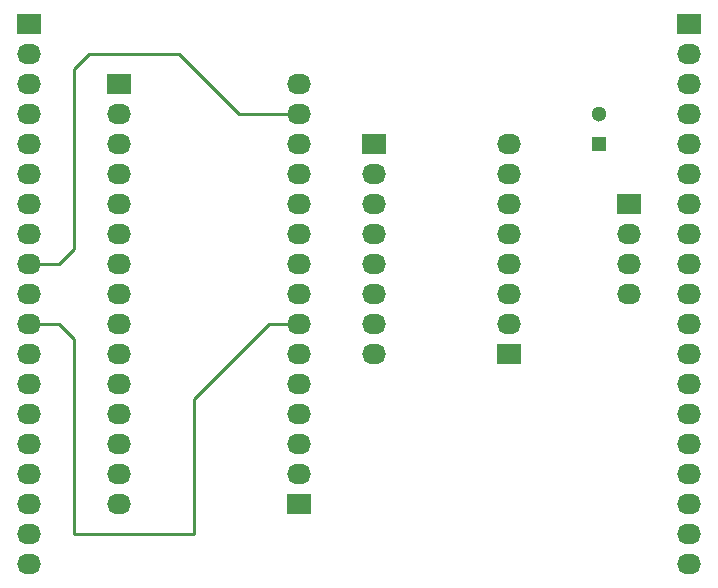
<source format=gbr>
G04 #@! TF.FileFunction,Copper,L2,Bot,Signal*
%FSLAX46Y46*%
G04 Gerber Fmt 4.6, Leading zero omitted, Abs format (unit mm)*
G04 Created by KiCad (PCBNEW 4.0.3+e1-6302~38~ubuntu16.04.1-stable) date Tue Aug 16 16:01:47 2016*
%MOMM*%
%LPD*%
G01*
G04 APERTURE LIST*
%ADD10C,0.100000*%
%ADD11R,1.300000X1.300000*%
%ADD12C,1.300000*%
%ADD13R,2.032000X1.727200*%
%ADD14O,2.032000X1.727200*%
%ADD15C,0.250000*%
G04 APERTURE END LIST*
D10*
D11*
X99060000Y-66040000D03*
D12*
X99060000Y-63540000D03*
D13*
X50800000Y-55880000D03*
D14*
X50800000Y-58420000D03*
X50800000Y-60960000D03*
X50800000Y-63500000D03*
X50800000Y-66040000D03*
X50800000Y-68580000D03*
X50800000Y-71120000D03*
X50800000Y-73660000D03*
X50800000Y-76200000D03*
X50800000Y-78740000D03*
X50800000Y-81280000D03*
X50800000Y-83820000D03*
X50800000Y-86360000D03*
X50800000Y-88900000D03*
X50800000Y-91440000D03*
X50800000Y-93980000D03*
X50800000Y-96520000D03*
X50800000Y-99060000D03*
X50800000Y-101600000D03*
D13*
X58420000Y-60960000D03*
D14*
X58420000Y-63500000D03*
X58420000Y-66040000D03*
X58420000Y-68580000D03*
X58420000Y-71120000D03*
X58420000Y-73660000D03*
X58420000Y-76200000D03*
X58420000Y-78740000D03*
X58420000Y-81280000D03*
X58420000Y-83820000D03*
X58420000Y-86360000D03*
X58420000Y-88900000D03*
X58420000Y-91440000D03*
X58420000Y-93980000D03*
X58420000Y-96520000D03*
D13*
X73660000Y-96520000D03*
D14*
X73660000Y-93980000D03*
X73660000Y-91440000D03*
X73660000Y-88900000D03*
X73660000Y-86360000D03*
X73660000Y-83820000D03*
X73660000Y-81280000D03*
X73660000Y-78740000D03*
X73660000Y-76200000D03*
X73660000Y-73660000D03*
X73660000Y-71120000D03*
X73660000Y-68580000D03*
X73660000Y-66040000D03*
X73660000Y-63500000D03*
X73660000Y-60960000D03*
D13*
X80010000Y-66040000D03*
D14*
X80010000Y-68580000D03*
X80010000Y-71120000D03*
X80010000Y-73660000D03*
X80010000Y-76200000D03*
X80010000Y-78740000D03*
X80010000Y-81280000D03*
X80010000Y-83820000D03*
D13*
X91440000Y-83820000D03*
D14*
X91440000Y-81280000D03*
X91440000Y-78740000D03*
X91440000Y-76200000D03*
X91440000Y-73660000D03*
X91440000Y-71120000D03*
X91440000Y-68580000D03*
X91440000Y-66040000D03*
D13*
X101600000Y-71120000D03*
D14*
X101600000Y-73660000D03*
X101600000Y-76200000D03*
X101600000Y-78740000D03*
D13*
X106680000Y-55880000D03*
D14*
X106680000Y-58420000D03*
X106680000Y-60960000D03*
X106680000Y-63500000D03*
X106680000Y-66040000D03*
X106680000Y-68580000D03*
X106680000Y-71120000D03*
X106680000Y-73660000D03*
X106680000Y-76200000D03*
X106680000Y-78740000D03*
X106680000Y-81280000D03*
X106680000Y-83820000D03*
X106680000Y-86360000D03*
X106680000Y-88900000D03*
X106680000Y-91440000D03*
X106680000Y-93980000D03*
X106680000Y-96520000D03*
X106680000Y-99060000D03*
X106680000Y-101600000D03*
D15*
X73660000Y-63500000D02*
X68580000Y-63500000D01*
X53340000Y-76200000D02*
X50800000Y-76200000D01*
X54610000Y-74930000D02*
X53340000Y-76200000D01*
X54610000Y-59690000D02*
X54610000Y-74930000D01*
X55880000Y-58420000D02*
X54610000Y-59690000D01*
X63500000Y-58420000D02*
X55880000Y-58420000D01*
X68580000Y-63500000D02*
X63500000Y-58420000D01*
X73660000Y-81280000D02*
X71120000Y-81280000D01*
X53340000Y-81280000D02*
X50800000Y-81280000D01*
X54610000Y-82550000D02*
X53340000Y-81280000D01*
X54610000Y-99060000D02*
X54610000Y-82550000D01*
X64770000Y-99060000D02*
X54610000Y-99060000D01*
X64770000Y-87630000D02*
X64770000Y-99060000D01*
X71120000Y-81280000D02*
X64770000Y-87630000D01*
M02*

</source>
